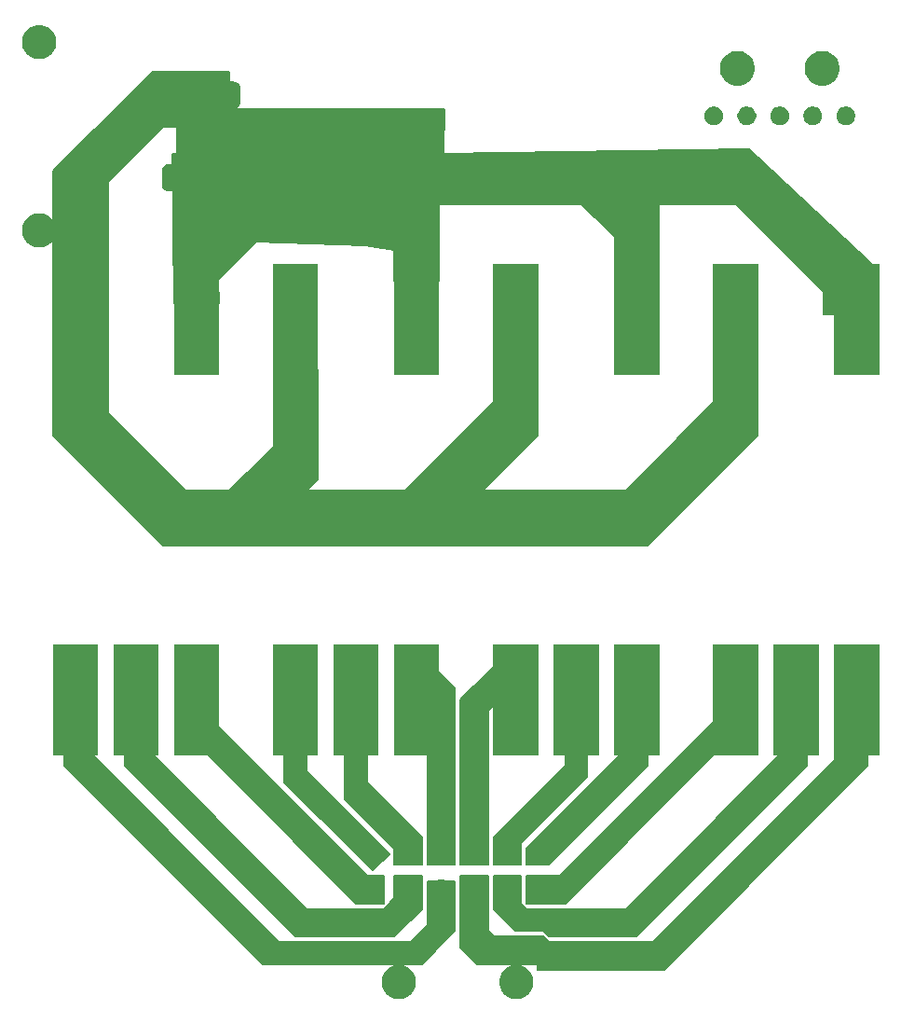
<source format=gbs>
G04 #@! TF.GenerationSoftware,KiCad,Pcbnew,(5.0.2)-1*
G04 #@! TF.CreationDate,2022-03-17T12:51:48+05:30*
G04 #@! TF.ProjectId,4ESC_board,34455343-5f62-46f6-9172-642e6b696361,rev?*
G04 #@! TF.SameCoordinates,Original*
G04 #@! TF.FileFunction,Soldermask,Bot*
G04 #@! TF.FilePolarity,Negative*
%FSLAX46Y46*%
G04 Gerber Fmt 4.6, Leading zero omitted, Abs format (unit mm)*
G04 Created by KiCad (PCBNEW (5.0.2)-1) date 03/17/22 12:51:48*
%MOMM*%
%LPD*%
G01*
G04 APERTURE LIST*
%ADD10C,0.150000*%
%ADD11C,0.100000*%
G04 APERTURE END LIST*
D10*
G36*
X116440000Y-47360000D02*
X116500000Y-43400000D01*
X92210000Y-43400000D01*
X92210000Y-47290000D01*
X92210000Y-47520000D01*
X116440000Y-47520000D01*
X116440000Y-47360000D01*
G37*
X116440000Y-47360000D02*
X116500000Y-43400000D01*
X92210000Y-43400000D01*
X92210000Y-47290000D01*
X92210000Y-47520000D01*
X116440000Y-47520000D01*
X116440000Y-47360000D01*
G36*
X115000000Y-113500000D02*
X117500000Y-113500000D01*
X117500000Y-118000000D01*
X114500000Y-121000000D01*
X100000000Y-121000000D01*
X82000000Y-103000000D01*
X82000000Y-101500000D01*
X84500000Y-101500000D01*
X84500000Y-102000000D01*
X101500000Y-119000000D01*
X113500000Y-119000000D01*
X115000000Y-117500000D01*
X115000000Y-113500000D01*
G37*
X115000000Y-113500000D02*
X117500000Y-113500000D01*
X117500000Y-118000000D01*
X114500000Y-121000000D01*
X100000000Y-121000000D01*
X82000000Y-103000000D01*
X82000000Y-101500000D01*
X84500000Y-101500000D01*
X84500000Y-102000000D01*
X101500000Y-119000000D01*
X113500000Y-119000000D01*
X115000000Y-117500000D01*
X115000000Y-113500000D01*
G36*
X91810000Y-47470000D02*
X116330000Y-47470000D01*
X144230000Y-46985000D01*
X156000000Y-58000000D01*
X156000000Y-62000000D01*
X152000000Y-62000000D01*
X151000000Y-62000000D01*
X151000000Y-60000000D01*
X143000000Y-52000000D01*
X136000000Y-52000000D01*
X136000000Y-60000000D01*
X132000000Y-60000000D01*
X132000000Y-55000000D01*
X129000000Y-52000000D01*
X116000000Y-52000000D01*
X116000000Y-59000000D01*
X112000000Y-59000000D01*
X111960000Y-56170000D01*
X109340000Y-55760000D01*
X99420000Y-55440000D01*
X95960000Y-58870000D01*
X96000000Y-61000000D01*
X92000000Y-61000000D01*
X91810000Y-47470000D01*
G37*
X91810000Y-47470000D02*
X116330000Y-47470000D01*
X144230000Y-46985000D01*
X156000000Y-58000000D01*
X156000000Y-62000000D01*
X152000000Y-62000000D01*
X151000000Y-62000000D01*
X151000000Y-60000000D01*
X143000000Y-52000000D01*
X136000000Y-52000000D01*
X136000000Y-60000000D01*
X132000000Y-60000000D01*
X132000000Y-55000000D01*
X129000000Y-52000000D01*
X116000000Y-52000000D01*
X116000000Y-59000000D01*
X112000000Y-59000000D01*
X111960000Y-56170000D01*
X109340000Y-55760000D01*
X99420000Y-55440000D01*
X95960000Y-58870000D01*
X96000000Y-61000000D01*
X92000000Y-61000000D01*
X91810000Y-47470000D01*
G36*
X90000000Y-102000000D02*
X104000000Y-116000000D01*
X111000000Y-116000000D01*
X112000000Y-115000000D01*
X112000000Y-113000000D01*
X114500000Y-113000000D01*
X114500000Y-116000000D01*
X112000000Y-118500000D01*
X103000000Y-118500000D01*
X87500000Y-103000000D01*
X87500000Y-102000000D01*
X90000000Y-102000000D01*
G37*
X90000000Y-102000000D02*
X104000000Y-116000000D01*
X111000000Y-116000000D01*
X112000000Y-115000000D01*
X112000000Y-113000000D01*
X114500000Y-113000000D01*
X114500000Y-116000000D01*
X112000000Y-118500000D01*
X103000000Y-118500000D01*
X87500000Y-103000000D01*
X87500000Y-102000000D01*
X90000000Y-102000000D01*
G36*
X96000000Y-99500000D02*
X109500000Y-113000000D01*
X111000000Y-113000000D01*
X111000000Y-115500000D01*
X108500000Y-115500000D01*
X95000000Y-102000000D01*
X96000000Y-99500000D01*
G37*
X96000000Y-99500000D02*
X109500000Y-113000000D01*
X111000000Y-113000000D01*
X111000000Y-115500000D01*
X108500000Y-115500000D01*
X95000000Y-102000000D01*
X96000000Y-99500000D01*
G36*
X104000000Y-102000000D02*
X104000000Y-103500000D01*
X111500000Y-111000000D01*
X110000000Y-112500000D01*
X102000000Y-104500000D01*
X102000000Y-102000000D01*
X104000000Y-102000000D01*
G37*
X104000000Y-102000000D02*
X104000000Y-103500000D01*
X111500000Y-111000000D01*
X110000000Y-112500000D01*
X102000000Y-104500000D01*
X102000000Y-102000000D01*
X104000000Y-102000000D01*
G36*
X109500000Y-102000000D02*
X109500000Y-104500000D01*
X114500000Y-109500000D01*
X114500000Y-112000000D01*
X112000000Y-112000000D01*
X112000000Y-110500000D01*
X107500000Y-106000000D01*
X107500000Y-102000000D01*
X109500000Y-102000000D01*
G37*
X109500000Y-102000000D02*
X109500000Y-104500000D01*
X114500000Y-109500000D01*
X114500000Y-112000000D01*
X112000000Y-112000000D01*
X112000000Y-110500000D01*
X107500000Y-106000000D01*
X107500000Y-102000000D01*
X109500000Y-102000000D01*
G36*
X116000000Y-94500000D02*
X117500000Y-96000000D01*
X117500000Y-112000000D01*
X115000000Y-112000000D01*
X115000000Y-93500000D01*
X117500000Y-96000000D01*
X117000000Y-95500000D01*
X116500000Y-95000000D01*
X116000000Y-94500000D01*
G37*
X116000000Y-94500000D02*
X117500000Y-96000000D01*
X117500000Y-112000000D01*
X115000000Y-112000000D01*
X115000000Y-93500000D01*
X117500000Y-96000000D01*
X117000000Y-95500000D01*
X116500000Y-95000000D01*
X116000000Y-94500000D01*
G36*
X121000000Y-97500000D02*
X120500000Y-98000000D01*
X120500000Y-112000000D01*
X118000000Y-112000000D01*
X118000000Y-97000000D01*
X121000000Y-94000000D01*
X121000000Y-97500000D01*
G37*
X121000000Y-97500000D02*
X120500000Y-98000000D01*
X120500000Y-112000000D01*
X118000000Y-112000000D01*
X118000000Y-97000000D01*
X121000000Y-94000000D01*
X121000000Y-97500000D01*
G36*
X129500000Y-102000000D02*
X129500000Y-104000000D01*
X123500000Y-110000000D01*
X123500000Y-112000000D01*
X121000000Y-112000000D01*
X121000000Y-109500000D01*
X127500000Y-103000000D01*
X127500000Y-102000000D01*
X129500000Y-102000000D01*
G37*
X129500000Y-102000000D02*
X129500000Y-104000000D01*
X123500000Y-110000000D01*
X123500000Y-112000000D01*
X121000000Y-112000000D01*
X121000000Y-109500000D01*
X127500000Y-103000000D01*
X127500000Y-102000000D01*
X129500000Y-102000000D01*
G36*
X135000000Y-102000000D02*
X135000000Y-103000000D01*
X126000000Y-112000000D01*
X124000000Y-112000000D01*
X124000000Y-110500000D01*
X132500000Y-102000000D01*
X135000000Y-102000000D01*
G37*
X135000000Y-102000000D02*
X135000000Y-103000000D01*
X126000000Y-112000000D01*
X124000000Y-112000000D01*
X124000000Y-110500000D01*
X132500000Y-102000000D01*
X135000000Y-102000000D01*
G36*
X141000000Y-102000000D02*
X127500000Y-115500000D01*
X124000000Y-115500000D01*
X124000000Y-113000000D01*
X127000000Y-113000000D01*
X141000000Y-99000000D01*
X141000000Y-102000000D01*
G37*
X141000000Y-102000000D02*
X127500000Y-115500000D01*
X124000000Y-115500000D01*
X124000000Y-113000000D01*
X127000000Y-113000000D01*
X141000000Y-99000000D01*
X141000000Y-102000000D01*
G36*
X149500000Y-102000000D02*
X149500000Y-103000000D01*
X134000000Y-118500000D01*
X126000000Y-118500000D01*
X125500000Y-118000000D01*
X123000000Y-118000000D01*
X121000000Y-116000000D01*
X121000000Y-113000000D01*
X123500000Y-113000000D01*
X123500000Y-115500000D01*
X124000000Y-116000000D01*
X133000000Y-116000000D01*
X147000000Y-102000000D01*
X149500000Y-102000000D01*
G37*
X149500000Y-102000000D02*
X149500000Y-103000000D01*
X134000000Y-118500000D01*
X126000000Y-118500000D01*
X125500000Y-118000000D01*
X123000000Y-118000000D01*
X121000000Y-116000000D01*
X121000000Y-113000000D01*
X123500000Y-113000000D01*
X123500000Y-115500000D01*
X124000000Y-116000000D01*
X133000000Y-116000000D01*
X147000000Y-102000000D01*
X149500000Y-102000000D01*
G36*
X155000000Y-102000000D02*
X155000000Y-103000000D01*
X136500000Y-121500000D01*
X125000000Y-121500000D01*
X125000000Y-121000000D01*
X119500000Y-121000000D01*
X118000000Y-119500000D01*
X118000000Y-113000000D01*
X120500000Y-113000000D01*
X120500000Y-118000000D01*
X121000000Y-118500000D01*
X125500000Y-118500000D01*
X126000000Y-119000000D01*
X135500000Y-119000000D01*
X152000000Y-102500000D01*
X152000000Y-102000000D01*
X155000000Y-102000000D01*
G37*
X155000000Y-102000000D02*
X155000000Y-103000000D01*
X136500000Y-121500000D01*
X125000000Y-121500000D01*
X125000000Y-121000000D01*
X119500000Y-121000000D01*
X118000000Y-119500000D01*
X118000000Y-113000000D01*
X120500000Y-113000000D01*
X120500000Y-118000000D01*
X121000000Y-118500000D01*
X125500000Y-118500000D01*
X126000000Y-119000000D01*
X135500000Y-119000000D01*
X152000000Y-102500000D01*
X152000000Y-102000000D01*
X155000000Y-102000000D01*
G36*
X95000000Y-40000000D02*
X90000000Y-40000000D01*
X81000000Y-49000000D01*
X81000000Y-73000000D01*
X91000000Y-83000000D01*
X135000000Y-83000000D01*
X145000000Y-73000000D01*
X145000000Y-67000000D01*
X141000000Y-67000000D01*
X141000000Y-70000000D01*
X133000000Y-78000000D01*
X120000000Y-78000000D01*
X125000000Y-73000000D01*
X125000000Y-64000000D01*
X121000000Y-64000000D01*
X121000000Y-70000000D01*
X113000000Y-78000000D01*
X104000000Y-78000000D01*
X105000000Y-77000000D01*
X105000000Y-67000000D01*
X101000000Y-67000000D01*
X101000000Y-74000000D01*
X97000000Y-78000000D01*
X93000000Y-78000000D01*
X86000000Y-71000000D01*
X86000000Y-50000000D01*
X91000000Y-45000000D01*
X97000000Y-45000000D01*
X97000000Y-40000000D01*
X95000000Y-40000000D01*
G37*
X95000000Y-40000000D02*
X90000000Y-40000000D01*
X81000000Y-49000000D01*
X81000000Y-73000000D01*
X91000000Y-83000000D01*
X135000000Y-83000000D01*
X145000000Y-73000000D01*
X145000000Y-67000000D01*
X141000000Y-67000000D01*
X141000000Y-70000000D01*
X133000000Y-78000000D01*
X120000000Y-78000000D01*
X125000000Y-73000000D01*
X125000000Y-64000000D01*
X121000000Y-64000000D01*
X121000000Y-70000000D01*
X113000000Y-78000000D01*
X104000000Y-78000000D01*
X105000000Y-77000000D01*
X105000000Y-67000000D01*
X101000000Y-67000000D01*
X101000000Y-74000000D01*
X97000000Y-78000000D01*
X93000000Y-78000000D01*
X86000000Y-71000000D01*
X86000000Y-50000000D01*
X91000000Y-45000000D01*
X97000000Y-45000000D01*
X97000000Y-40000000D01*
X95000000Y-40000000D01*
D11*
G36*
X123414527Y-121115536D02*
X123514410Y-121135404D01*
X123796674Y-121252321D01*
X124050705Y-121422059D01*
X124266741Y-121638095D01*
X124436479Y-121892126D01*
X124553396Y-122174390D01*
X124613000Y-122474040D01*
X124613000Y-122779560D01*
X124553396Y-123079210D01*
X124436479Y-123361474D01*
X124266741Y-123615505D01*
X124050705Y-123831541D01*
X123796674Y-124001279D01*
X123514410Y-124118196D01*
X123414527Y-124138064D01*
X123214762Y-124177800D01*
X122909238Y-124177800D01*
X122709473Y-124138064D01*
X122609590Y-124118196D01*
X122327326Y-124001279D01*
X122073295Y-123831541D01*
X121857259Y-123615505D01*
X121687521Y-123361474D01*
X121570604Y-123079210D01*
X121511000Y-122779560D01*
X121511000Y-122474040D01*
X121570604Y-122174390D01*
X121687521Y-121892126D01*
X121857259Y-121638095D01*
X122073295Y-121422059D01*
X122327326Y-121252321D01*
X122609590Y-121135404D01*
X122709473Y-121115536D01*
X122909238Y-121075800D01*
X123214762Y-121075800D01*
X123414527Y-121115536D01*
X123414527Y-121115536D01*
G37*
G36*
X112734527Y-121115536D02*
X112834410Y-121135404D01*
X113116674Y-121252321D01*
X113370705Y-121422059D01*
X113586741Y-121638095D01*
X113756479Y-121892126D01*
X113873396Y-122174390D01*
X113933000Y-122474040D01*
X113933000Y-122779560D01*
X113873396Y-123079210D01*
X113756479Y-123361474D01*
X113586741Y-123615505D01*
X113370705Y-123831541D01*
X113116674Y-124001279D01*
X112834410Y-124118196D01*
X112734527Y-124138064D01*
X112534762Y-124177800D01*
X112229238Y-124177800D01*
X112029473Y-124138064D01*
X111929590Y-124118196D01*
X111647326Y-124001279D01*
X111393295Y-123831541D01*
X111177259Y-123615505D01*
X111007521Y-123361474D01*
X110890604Y-123079210D01*
X110831000Y-122779560D01*
X110831000Y-122474040D01*
X110890604Y-122174390D01*
X111007521Y-121892126D01*
X111177259Y-121638095D01*
X111393295Y-121422059D01*
X111647326Y-121252321D01*
X111929590Y-121135404D01*
X112029473Y-121115536D01*
X112229238Y-121075800D01*
X112534762Y-121075800D01*
X112734527Y-121115536D01*
X112734527Y-121115536D01*
G37*
G36*
X116460016Y-113312158D02*
X116460019Y-113312159D01*
X116460018Y-113312159D01*
X116608521Y-113373670D01*
X116742170Y-113462972D01*
X116855828Y-113576630D01*
X116945130Y-113710279D01*
X116996087Y-113833303D01*
X117006642Y-113858784D01*
X117038000Y-114016430D01*
X117038000Y-114177170D01*
X117006642Y-114334816D01*
X117006641Y-114334818D01*
X116945130Y-114483321D01*
X116855828Y-114616970D01*
X116742170Y-114730628D01*
X116608521Y-114819930D01*
X116485497Y-114870887D01*
X116460016Y-114881442D01*
X116302370Y-114912800D01*
X116141630Y-114912800D01*
X115983984Y-114881442D01*
X115958503Y-114870887D01*
X115835479Y-114819930D01*
X115701830Y-114730628D01*
X115588172Y-114616970D01*
X115498870Y-114483321D01*
X115437359Y-114334818D01*
X115437358Y-114334816D01*
X115406000Y-114177170D01*
X115406000Y-114016430D01*
X115437358Y-113858784D01*
X115447913Y-113833303D01*
X115498870Y-113710279D01*
X115588172Y-113576630D01*
X115701830Y-113462972D01*
X115835479Y-113373670D01*
X115983982Y-113312159D01*
X115983981Y-113312159D01*
X115983984Y-113312158D01*
X116141630Y-113280800D01*
X116302370Y-113280800D01*
X116460016Y-113312158D01*
X116460016Y-113312158D01*
G37*
G36*
X125460016Y-113312158D02*
X125460019Y-113312159D01*
X125460018Y-113312159D01*
X125608521Y-113373670D01*
X125742170Y-113462972D01*
X125855828Y-113576630D01*
X125945130Y-113710279D01*
X125996087Y-113833303D01*
X126006642Y-113858784D01*
X126038000Y-114016430D01*
X126038000Y-114177170D01*
X126006642Y-114334816D01*
X126006641Y-114334818D01*
X125945130Y-114483321D01*
X125855828Y-114616970D01*
X125742170Y-114730628D01*
X125608521Y-114819930D01*
X125485497Y-114870887D01*
X125460016Y-114881442D01*
X125302370Y-114912800D01*
X125141630Y-114912800D01*
X124983984Y-114881442D01*
X124958503Y-114870887D01*
X124835479Y-114819930D01*
X124701830Y-114730628D01*
X124588172Y-114616970D01*
X124498870Y-114483321D01*
X124437359Y-114334818D01*
X124437358Y-114334816D01*
X124406000Y-114177170D01*
X124406000Y-114016430D01*
X124437358Y-113858784D01*
X124447913Y-113833303D01*
X124498870Y-113710279D01*
X124588172Y-113576630D01*
X124701830Y-113462972D01*
X124835479Y-113373670D01*
X124983982Y-113312159D01*
X124983981Y-113312159D01*
X124983984Y-113312158D01*
X125141630Y-113280800D01*
X125302370Y-113280800D01*
X125460016Y-113312158D01*
X125460016Y-113312158D01*
G37*
G36*
X122460016Y-113312158D02*
X122460019Y-113312159D01*
X122460018Y-113312159D01*
X122608521Y-113373670D01*
X122742170Y-113462972D01*
X122855828Y-113576630D01*
X122945130Y-113710279D01*
X122996087Y-113833303D01*
X123006642Y-113858784D01*
X123038000Y-114016430D01*
X123038000Y-114177170D01*
X123006642Y-114334816D01*
X123006641Y-114334818D01*
X122945130Y-114483321D01*
X122855828Y-114616970D01*
X122742170Y-114730628D01*
X122608521Y-114819930D01*
X122485497Y-114870887D01*
X122460016Y-114881442D01*
X122302370Y-114912800D01*
X122141630Y-114912800D01*
X121983984Y-114881442D01*
X121958503Y-114870887D01*
X121835479Y-114819930D01*
X121701830Y-114730628D01*
X121588172Y-114616970D01*
X121498870Y-114483321D01*
X121437359Y-114334818D01*
X121437358Y-114334816D01*
X121406000Y-114177170D01*
X121406000Y-114016430D01*
X121437358Y-113858784D01*
X121447913Y-113833303D01*
X121498870Y-113710279D01*
X121588172Y-113576630D01*
X121701830Y-113462972D01*
X121835479Y-113373670D01*
X121983982Y-113312159D01*
X121983981Y-113312159D01*
X121983984Y-113312158D01*
X122141630Y-113280800D01*
X122302370Y-113280800D01*
X122460016Y-113312158D01*
X122460016Y-113312158D01*
G37*
G36*
X119460016Y-113312158D02*
X119460019Y-113312159D01*
X119460018Y-113312159D01*
X119608521Y-113373670D01*
X119742170Y-113462972D01*
X119855828Y-113576630D01*
X119945130Y-113710279D01*
X119996087Y-113833303D01*
X120006642Y-113858784D01*
X120038000Y-114016430D01*
X120038000Y-114177170D01*
X120006642Y-114334816D01*
X120006641Y-114334818D01*
X119945130Y-114483321D01*
X119855828Y-114616970D01*
X119742170Y-114730628D01*
X119608521Y-114819930D01*
X119485497Y-114870887D01*
X119460016Y-114881442D01*
X119302370Y-114912800D01*
X119141630Y-114912800D01*
X118983984Y-114881442D01*
X118958503Y-114870887D01*
X118835479Y-114819930D01*
X118701830Y-114730628D01*
X118588172Y-114616970D01*
X118498870Y-114483321D01*
X118437359Y-114334818D01*
X118437358Y-114334816D01*
X118406000Y-114177170D01*
X118406000Y-114016430D01*
X118437358Y-113858784D01*
X118447913Y-113833303D01*
X118498870Y-113710279D01*
X118588172Y-113576630D01*
X118701830Y-113462972D01*
X118835479Y-113373670D01*
X118983982Y-113312159D01*
X118983981Y-113312159D01*
X118983984Y-113312158D01*
X119141630Y-113280800D01*
X119302370Y-113280800D01*
X119460016Y-113312158D01*
X119460016Y-113312158D01*
G37*
G36*
X113460016Y-113312158D02*
X113460019Y-113312159D01*
X113460018Y-113312159D01*
X113608521Y-113373670D01*
X113742170Y-113462972D01*
X113855828Y-113576630D01*
X113945130Y-113710279D01*
X113996087Y-113833303D01*
X114006642Y-113858784D01*
X114038000Y-114016430D01*
X114038000Y-114177170D01*
X114006642Y-114334816D01*
X114006641Y-114334818D01*
X113945130Y-114483321D01*
X113855828Y-114616970D01*
X113742170Y-114730628D01*
X113608521Y-114819930D01*
X113485497Y-114870887D01*
X113460016Y-114881442D01*
X113302370Y-114912800D01*
X113141630Y-114912800D01*
X112983984Y-114881442D01*
X112958503Y-114870887D01*
X112835479Y-114819930D01*
X112701830Y-114730628D01*
X112588172Y-114616970D01*
X112498870Y-114483321D01*
X112437359Y-114334818D01*
X112437358Y-114334816D01*
X112406000Y-114177170D01*
X112406000Y-114016430D01*
X112437358Y-113858784D01*
X112447913Y-113833303D01*
X112498870Y-113710279D01*
X112588172Y-113576630D01*
X112701830Y-113462972D01*
X112835479Y-113373670D01*
X112983982Y-113312159D01*
X112983981Y-113312159D01*
X112983984Y-113312158D01*
X113141630Y-113280800D01*
X113302370Y-113280800D01*
X113460016Y-113312158D01*
X113460016Y-113312158D01*
G37*
G36*
X110460016Y-113312158D02*
X110460019Y-113312159D01*
X110460018Y-113312159D01*
X110608521Y-113373670D01*
X110742170Y-113462972D01*
X110855828Y-113576630D01*
X110945130Y-113710279D01*
X110996087Y-113833303D01*
X111006642Y-113858784D01*
X111038000Y-114016430D01*
X111038000Y-114177170D01*
X111006642Y-114334816D01*
X111006641Y-114334818D01*
X110945130Y-114483321D01*
X110855828Y-114616970D01*
X110742170Y-114730628D01*
X110608521Y-114819930D01*
X110485497Y-114870887D01*
X110460016Y-114881442D01*
X110302370Y-114912800D01*
X110141630Y-114912800D01*
X109983984Y-114881442D01*
X109958503Y-114870887D01*
X109835479Y-114819930D01*
X109701830Y-114730628D01*
X109588172Y-114616970D01*
X109498870Y-114483321D01*
X109437359Y-114334818D01*
X109437358Y-114334816D01*
X109406000Y-114177170D01*
X109406000Y-114016430D01*
X109437358Y-113858784D01*
X109447913Y-113833303D01*
X109498870Y-113710279D01*
X109588172Y-113576630D01*
X109701830Y-113462972D01*
X109835479Y-113373670D01*
X109983982Y-113312159D01*
X109983981Y-113312159D01*
X109983984Y-113312158D01*
X110141630Y-113280800D01*
X110302370Y-113280800D01*
X110460016Y-113312158D01*
X110460016Y-113312158D01*
G37*
G36*
X119460016Y-110312158D02*
X119460019Y-110312159D01*
X119460018Y-110312159D01*
X119608521Y-110373670D01*
X119742170Y-110462972D01*
X119855828Y-110576630D01*
X119945130Y-110710279D01*
X119996087Y-110833303D01*
X120006642Y-110858784D01*
X120038000Y-111016430D01*
X120038000Y-111177170D01*
X120006642Y-111334816D01*
X120006641Y-111334818D01*
X119945130Y-111483321D01*
X119855828Y-111616970D01*
X119742170Y-111730628D01*
X119608521Y-111819930D01*
X119485497Y-111870887D01*
X119460016Y-111881442D01*
X119302370Y-111912800D01*
X119141630Y-111912800D01*
X118983984Y-111881442D01*
X118958503Y-111870887D01*
X118835479Y-111819930D01*
X118701830Y-111730628D01*
X118588172Y-111616970D01*
X118498870Y-111483321D01*
X118437359Y-111334818D01*
X118437358Y-111334816D01*
X118406000Y-111177170D01*
X118406000Y-111016430D01*
X118437358Y-110858784D01*
X118447913Y-110833303D01*
X118498870Y-110710279D01*
X118588172Y-110576630D01*
X118701830Y-110462972D01*
X118835479Y-110373670D01*
X118983982Y-110312159D01*
X118983981Y-110312159D01*
X118983984Y-110312158D01*
X119141630Y-110280800D01*
X119302370Y-110280800D01*
X119460016Y-110312158D01*
X119460016Y-110312158D01*
G37*
G36*
X116460016Y-110312158D02*
X116460019Y-110312159D01*
X116460018Y-110312159D01*
X116608521Y-110373670D01*
X116742170Y-110462972D01*
X116855828Y-110576630D01*
X116945130Y-110710279D01*
X116996087Y-110833303D01*
X117006642Y-110858784D01*
X117038000Y-111016430D01*
X117038000Y-111177170D01*
X117006642Y-111334816D01*
X117006641Y-111334818D01*
X116945130Y-111483321D01*
X116855828Y-111616970D01*
X116742170Y-111730628D01*
X116608521Y-111819930D01*
X116485497Y-111870887D01*
X116460016Y-111881442D01*
X116302370Y-111912800D01*
X116141630Y-111912800D01*
X115983984Y-111881442D01*
X115958503Y-111870887D01*
X115835479Y-111819930D01*
X115701830Y-111730628D01*
X115588172Y-111616970D01*
X115498870Y-111483321D01*
X115437359Y-111334818D01*
X115437358Y-111334816D01*
X115406000Y-111177170D01*
X115406000Y-111016430D01*
X115437358Y-110858784D01*
X115447913Y-110833303D01*
X115498870Y-110710279D01*
X115588172Y-110576630D01*
X115701830Y-110462972D01*
X115835479Y-110373670D01*
X115983982Y-110312159D01*
X115983981Y-110312159D01*
X115983984Y-110312158D01*
X116141630Y-110280800D01*
X116302370Y-110280800D01*
X116460016Y-110312158D01*
X116460016Y-110312158D01*
G37*
G36*
X113460016Y-110312158D02*
X113460019Y-110312159D01*
X113460018Y-110312159D01*
X113608521Y-110373670D01*
X113742170Y-110462972D01*
X113855828Y-110576630D01*
X113945130Y-110710279D01*
X113996087Y-110833303D01*
X114006642Y-110858784D01*
X114038000Y-111016430D01*
X114038000Y-111177170D01*
X114006642Y-111334816D01*
X114006641Y-111334818D01*
X113945130Y-111483321D01*
X113855828Y-111616970D01*
X113742170Y-111730628D01*
X113608521Y-111819930D01*
X113485497Y-111870887D01*
X113460016Y-111881442D01*
X113302370Y-111912800D01*
X113141630Y-111912800D01*
X112983984Y-111881442D01*
X112958503Y-111870887D01*
X112835479Y-111819930D01*
X112701830Y-111730628D01*
X112588172Y-111616970D01*
X112498870Y-111483321D01*
X112437359Y-111334818D01*
X112437358Y-111334816D01*
X112406000Y-111177170D01*
X112406000Y-111016430D01*
X112437358Y-110858784D01*
X112447913Y-110833303D01*
X112498870Y-110710279D01*
X112588172Y-110576630D01*
X112701830Y-110462972D01*
X112835479Y-110373670D01*
X112983982Y-110312159D01*
X112983981Y-110312159D01*
X112983984Y-110312158D01*
X113141630Y-110280800D01*
X113302370Y-110280800D01*
X113460016Y-110312158D01*
X113460016Y-110312158D01*
G37*
G36*
X110460016Y-110312158D02*
X110460019Y-110312159D01*
X110460018Y-110312159D01*
X110608521Y-110373670D01*
X110742170Y-110462972D01*
X110855828Y-110576630D01*
X110945130Y-110710279D01*
X110996087Y-110833303D01*
X111006642Y-110858784D01*
X111038000Y-111016430D01*
X111038000Y-111177170D01*
X111006642Y-111334816D01*
X111006641Y-111334818D01*
X110945130Y-111483321D01*
X110855828Y-111616970D01*
X110742170Y-111730628D01*
X110608521Y-111819930D01*
X110485497Y-111870887D01*
X110460016Y-111881442D01*
X110302370Y-111912800D01*
X110141630Y-111912800D01*
X109983984Y-111881442D01*
X109958503Y-111870887D01*
X109835479Y-111819930D01*
X109701830Y-111730628D01*
X109588172Y-111616970D01*
X109498870Y-111483321D01*
X109437359Y-111334818D01*
X109437358Y-111334816D01*
X109406000Y-111177170D01*
X109406000Y-111016430D01*
X109437358Y-110858784D01*
X109447913Y-110833303D01*
X109498870Y-110710279D01*
X109588172Y-110576630D01*
X109701830Y-110462972D01*
X109835479Y-110373670D01*
X109983982Y-110312159D01*
X109983981Y-110312159D01*
X109983984Y-110312158D01*
X110141630Y-110280800D01*
X110302370Y-110280800D01*
X110460016Y-110312158D01*
X110460016Y-110312158D01*
G37*
G36*
X125460016Y-110312158D02*
X125460019Y-110312159D01*
X125460018Y-110312159D01*
X125608521Y-110373670D01*
X125742170Y-110462972D01*
X125855828Y-110576630D01*
X125945130Y-110710279D01*
X125996087Y-110833303D01*
X126006642Y-110858784D01*
X126038000Y-111016430D01*
X126038000Y-111177170D01*
X126006642Y-111334816D01*
X126006641Y-111334818D01*
X125945130Y-111483321D01*
X125855828Y-111616970D01*
X125742170Y-111730628D01*
X125608521Y-111819930D01*
X125485497Y-111870887D01*
X125460016Y-111881442D01*
X125302370Y-111912800D01*
X125141630Y-111912800D01*
X124983984Y-111881442D01*
X124958503Y-111870887D01*
X124835479Y-111819930D01*
X124701830Y-111730628D01*
X124588172Y-111616970D01*
X124498870Y-111483321D01*
X124437359Y-111334818D01*
X124437358Y-111334816D01*
X124406000Y-111177170D01*
X124406000Y-111016430D01*
X124437358Y-110858784D01*
X124447913Y-110833303D01*
X124498870Y-110710279D01*
X124588172Y-110576630D01*
X124701830Y-110462972D01*
X124835479Y-110373670D01*
X124983982Y-110312159D01*
X124983981Y-110312159D01*
X124983984Y-110312158D01*
X125141630Y-110280800D01*
X125302370Y-110280800D01*
X125460016Y-110312158D01*
X125460016Y-110312158D01*
G37*
G36*
X122460016Y-110312158D02*
X122460019Y-110312159D01*
X122460018Y-110312159D01*
X122608521Y-110373670D01*
X122742170Y-110462972D01*
X122855828Y-110576630D01*
X122945130Y-110710279D01*
X122996087Y-110833303D01*
X123006642Y-110858784D01*
X123038000Y-111016430D01*
X123038000Y-111177170D01*
X123006642Y-111334816D01*
X123006641Y-111334818D01*
X122945130Y-111483321D01*
X122855828Y-111616970D01*
X122742170Y-111730628D01*
X122608521Y-111819930D01*
X122485497Y-111870887D01*
X122460016Y-111881442D01*
X122302370Y-111912800D01*
X122141630Y-111912800D01*
X121983984Y-111881442D01*
X121958503Y-111870887D01*
X121835479Y-111819930D01*
X121701830Y-111730628D01*
X121588172Y-111616970D01*
X121498870Y-111483321D01*
X121437359Y-111334818D01*
X121437358Y-111334816D01*
X121406000Y-111177170D01*
X121406000Y-111016430D01*
X121437358Y-110858784D01*
X121447913Y-110833303D01*
X121498870Y-110710279D01*
X121588172Y-110576630D01*
X121701830Y-110462972D01*
X121835479Y-110373670D01*
X121983982Y-110312159D01*
X121983981Y-110312159D01*
X121983984Y-110312158D01*
X122141630Y-110280800D01*
X122302370Y-110280800D01*
X122460016Y-110312158D01*
X122460016Y-110312158D01*
G37*
G36*
X90551000Y-102051000D02*
X86449000Y-102051000D01*
X86449000Y-91949000D01*
X90551000Y-91949000D01*
X90551000Y-102051000D01*
X90551000Y-102051000D01*
G37*
G36*
X85051000Y-102051000D02*
X80949000Y-102051000D01*
X80949000Y-91949000D01*
X85051000Y-91949000D01*
X85051000Y-102051000D01*
X85051000Y-102051000D01*
G37*
G36*
X96051000Y-102051000D02*
X91949000Y-102051000D01*
X91949000Y-91949000D01*
X96051000Y-91949000D01*
X96051000Y-102051000D01*
X96051000Y-102051000D01*
G37*
G36*
X145051000Y-102051000D02*
X140949000Y-102051000D01*
X140949000Y-91949000D01*
X145051000Y-91949000D01*
X145051000Y-102051000D01*
X145051000Y-102051000D01*
G37*
G36*
X150551000Y-102051000D02*
X146449000Y-102051000D01*
X146449000Y-91949000D01*
X150551000Y-91949000D01*
X150551000Y-102051000D01*
X150551000Y-102051000D01*
G37*
G36*
X156051000Y-102051000D02*
X151949000Y-102051000D01*
X151949000Y-91949000D01*
X156051000Y-91949000D01*
X156051000Y-102051000D01*
X156051000Y-102051000D01*
G37*
G36*
X130551000Y-102051000D02*
X126449000Y-102051000D01*
X126449000Y-91949000D01*
X130551000Y-91949000D01*
X130551000Y-102051000D01*
X130551000Y-102051000D01*
G37*
G36*
X116051000Y-102051000D02*
X111949000Y-102051000D01*
X111949000Y-91949000D01*
X116051000Y-91949000D01*
X116051000Y-102051000D01*
X116051000Y-102051000D01*
G37*
G36*
X105051000Y-102051000D02*
X100949000Y-102051000D01*
X100949000Y-91949000D01*
X105051000Y-91949000D01*
X105051000Y-102051000D01*
X105051000Y-102051000D01*
G37*
G36*
X110551000Y-102051000D02*
X106449000Y-102051000D01*
X106449000Y-91949000D01*
X110551000Y-91949000D01*
X110551000Y-102051000D01*
X110551000Y-102051000D01*
G37*
G36*
X136051000Y-102051000D02*
X131949000Y-102051000D01*
X131949000Y-91949000D01*
X136051000Y-91949000D01*
X136051000Y-102051000D01*
X136051000Y-102051000D01*
G37*
G36*
X125051000Y-102051000D02*
X120949000Y-102051000D01*
X120949000Y-91949000D01*
X125051000Y-91949000D01*
X125051000Y-102051000D01*
X125051000Y-102051000D01*
G37*
G36*
X156051000Y-67551000D02*
X151949000Y-67551000D01*
X151949000Y-57449000D01*
X156051000Y-57449000D01*
X156051000Y-67551000D01*
X156051000Y-67551000D01*
G37*
G36*
X145051000Y-67551000D02*
X140949000Y-67551000D01*
X140949000Y-57449000D01*
X145051000Y-57449000D01*
X145051000Y-67551000D01*
X145051000Y-67551000D01*
G37*
G36*
X125051000Y-67551000D02*
X120949000Y-67551000D01*
X120949000Y-57449000D01*
X125051000Y-57449000D01*
X125051000Y-67551000D01*
X125051000Y-67551000D01*
G37*
G36*
X136051000Y-67551000D02*
X131949000Y-67551000D01*
X131949000Y-57449000D01*
X136051000Y-57449000D01*
X136051000Y-67551000D01*
X136051000Y-67551000D01*
G37*
G36*
X116051000Y-67551000D02*
X111949000Y-67551000D01*
X111949000Y-57449000D01*
X116051000Y-57449000D01*
X116051000Y-67551000D01*
X116051000Y-67551000D01*
G37*
G36*
X105051000Y-67551000D02*
X100949000Y-67551000D01*
X100949000Y-57449000D01*
X105051000Y-57449000D01*
X105051000Y-67551000D01*
X105051000Y-67551000D01*
G37*
G36*
X85051000Y-67551000D02*
X80949000Y-67551000D01*
X80949000Y-57449000D01*
X85051000Y-57449000D01*
X85051000Y-67551000D01*
X85051000Y-67551000D01*
G37*
G36*
X96051000Y-67551000D02*
X91949000Y-67551000D01*
X91949000Y-57449000D01*
X96051000Y-57449000D01*
X96051000Y-67551000D01*
X96051000Y-67551000D01*
G37*
G36*
X80049327Y-52880736D02*
X80149210Y-52900604D01*
X80431474Y-53017521D01*
X80685505Y-53187259D01*
X80901541Y-53403295D01*
X81071279Y-53657326D01*
X81188196Y-53939590D01*
X81247800Y-54239240D01*
X81247800Y-54544760D01*
X81188196Y-54844410D01*
X81071279Y-55126674D01*
X80901541Y-55380705D01*
X80685505Y-55596741D01*
X80431474Y-55766479D01*
X80149210Y-55883396D01*
X80049327Y-55903264D01*
X79849562Y-55943000D01*
X79544038Y-55943000D01*
X79344273Y-55903264D01*
X79244390Y-55883396D01*
X78962126Y-55766479D01*
X78708095Y-55596741D01*
X78492059Y-55380705D01*
X78322321Y-55126674D01*
X78205404Y-54844410D01*
X78145800Y-54544760D01*
X78145800Y-54239240D01*
X78205404Y-53939590D01*
X78322321Y-53657326D01*
X78492059Y-53403295D01*
X78708095Y-53187259D01*
X78962126Y-53017521D01*
X79244390Y-52900604D01*
X79344273Y-52880736D01*
X79544038Y-52841000D01*
X79849562Y-52841000D01*
X80049327Y-52880736D01*
X80049327Y-52880736D01*
G37*
G36*
X97519578Y-48372171D02*
X97622737Y-48403463D01*
X97717807Y-48454280D01*
X97801135Y-48522665D01*
X97869520Y-48605993D01*
X97920337Y-48701063D01*
X97951629Y-48804222D01*
X97962800Y-48917641D01*
X97962800Y-50256359D01*
X97951629Y-50369778D01*
X97920337Y-50472937D01*
X97869520Y-50568007D01*
X97801135Y-50651335D01*
X97717807Y-50719720D01*
X97622737Y-50770537D01*
X97519578Y-50801829D01*
X97406159Y-50813000D01*
X91417441Y-50813000D01*
X91304022Y-50801829D01*
X91200863Y-50770537D01*
X91105793Y-50719720D01*
X91022465Y-50651335D01*
X90954080Y-50568007D01*
X90903263Y-50472937D01*
X90871971Y-50369778D01*
X90860800Y-50256359D01*
X90860800Y-48917641D01*
X90871971Y-48804222D01*
X90903263Y-48701063D01*
X90954080Y-48605993D01*
X91022465Y-48522665D01*
X91105793Y-48454280D01*
X91200863Y-48403463D01*
X91304022Y-48372171D01*
X91417441Y-48361000D01*
X97406159Y-48361000D01*
X97519578Y-48372171D01*
X97519578Y-48372171D01*
G37*
G36*
X114426562Y-44260589D02*
X114617831Y-44339815D01*
X114789973Y-44454837D01*
X114936360Y-44601224D01*
X115051382Y-44773366D01*
X115130608Y-44964635D01*
X115170997Y-45167684D01*
X115170997Y-45374716D01*
X115130608Y-45577765D01*
X115047482Y-45778450D01*
X115045504Y-45782149D01*
X115038387Y-45805597D01*
X115035982Y-45829983D01*
X115038381Y-45854370D01*
X115045491Y-45877820D01*
X115047472Y-45881526D01*
X115130608Y-46082235D01*
X115170997Y-46285284D01*
X115170997Y-46492316D01*
X115130608Y-46695365D01*
X115051382Y-46886634D01*
X114936360Y-47058776D01*
X114789973Y-47205163D01*
X114617831Y-47320185D01*
X114426562Y-47399411D01*
X114223513Y-47439800D01*
X114016481Y-47439800D01*
X113813432Y-47399411D01*
X113622163Y-47320185D01*
X113450021Y-47205163D01*
X113303634Y-47058776D01*
X113188612Y-46886634D01*
X113109386Y-46695365D01*
X113068997Y-46492316D01*
X113068997Y-46285284D01*
X113109386Y-46082235D01*
X113192512Y-45881550D01*
X113194490Y-45877851D01*
X113201607Y-45854403D01*
X113204012Y-45830017D01*
X113201613Y-45805630D01*
X113194503Y-45782180D01*
X113192522Y-45778474D01*
X113109386Y-45577765D01*
X113068997Y-45374716D01*
X113068997Y-45167684D01*
X113109386Y-44964635D01*
X113188612Y-44773366D01*
X113303634Y-44601224D01*
X113450021Y-44454837D01*
X113622163Y-44339815D01*
X113813432Y-44260589D01*
X114016481Y-44220200D01*
X114223513Y-44220200D01*
X114426562Y-44260589D01*
X114426562Y-44260589D01*
G37*
G36*
X110726565Y-44260589D02*
X110917834Y-44339815D01*
X111089976Y-44454837D01*
X111236363Y-44601224D01*
X111351385Y-44773366D01*
X111430611Y-44964635D01*
X111471000Y-45167684D01*
X111471000Y-45374716D01*
X111430611Y-45577765D01*
X111347485Y-45778450D01*
X111345507Y-45782149D01*
X111338390Y-45805597D01*
X111335985Y-45829983D01*
X111338384Y-45854370D01*
X111345494Y-45877820D01*
X111347475Y-45881526D01*
X111430611Y-46082235D01*
X111471000Y-46285284D01*
X111471000Y-46492316D01*
X111430611Y-46695365D01*
X111351385Y-46886634D01*
X111236363Y-47058776D01*
X111089976Y-47205163D01*
X110917834Y-47320185D01*
X110726565Y-47399411D01*
X110523516Y-47439800D01*
X110316484Y-47439800D01*
X110113435Y-47399411D01*
X109922166Y-47320185D01*
X109750024Y-47205163D01*
X109603637Y-47058776D01*
X109488615Y-46886634D01*
X109409389Y-46695365D01*
X109369000Y-46492316D01*
X109369000Y-46285284D01*
X109409389Y-46082235D01*
X109492515Y-45881550D01*
X109494493Y-45877851D01*
X109501610Y-45854403D01*
X109504015Y-45830017D01*
X109501616Y-45805630D01*
X109494506Y-45782180D01*
X109492525Y-45778474D01*
X109409389Y-45577765D01*
X109369000Y-45374716D01*
X109369000Y-45167684D01*
X109409389Y-44964635D01*
X109488615Y-44773366D01*
X109603637Y-44601224D01*
X109750024Y-44454837D01*
X109922166Y-44339815D01*
X110113435Y-44260589D01*
X110316484Y-44220200D01*
X110523516Y-44220200D01*
X110726565Y-44260589D01*
X110726565Y-44260589D01*
G37*
G36*
X106426563Y-44260589D02*
X106617832Y-44339815D01*
X106789974Y-44454837D01*
X106936361Y-44601224D01*
X107051383Y-44773366D01*
X107130609Y-44964635D01*
X107170998Y-45167684D01*
X107170998Y-45374716D01*
X107130609Y-45577765D01*
X107047483Y-45778450D01*
X107045505Y-45782149D01*
X107038388Y-45805597D01*
X107035983Y-45829983D01*
X107038382Y-45854370D01*
X107045492Y-45877820D01*
X107047473Y-45881526D01*
X107130609Y-46082235D01*
X107170998Y-46285284D01*
X107170998Y-46492316D01*
X107130609Y-46695365D01*
X107051383Y-46886634D01*
X106936361Y-47058776D01*
X106789974Y-47205163D01*
X106617832Y-47320185D01*
X106426563Y-47399411D01*
X106223514Y-47439800D01*
X106016482Y-47439800D01*
X105813433Y-47399411D01*
X105622164Y-47320185D01*
X105450022Y-47205163D01*
X105303635Y-47058776D01*
X105188613Y-46886634D01*
X105109387Y-46695365D01*
X105068998Y-46492316D01*
X105068998Y-46285284D01*
X105109387Y-46082235D01*
X105192513Y-45881550D01*
X105194491Y-45877851D01*
X105201608Y-45854403D01*
X105204013Y-45830017D01*
X105201614Y-45805630D01*
X105194504Y-45782180D01*
X105192523Y-45778474D01*
X105109387Y-45577765D01*
X105068998Y-45374716D01*
X105068998Y-45167684D01*
X105109387Y-44964635D01*
X105188613Y-44773366D01*
X105303635Y-44601224D01*
X105450022Y-44454837D01*
X105622164Y-44339815D01*
X105813433Y-44260589D01*
X106016482Y-44220200D01*
X106223514Y-44220200D01*
X106426563Y-44260589D01*
X106426563Y-44260589D01*
G37*
G36*
X102726565Y-44260589D02*
X102917834Y-44339815D01*
X103089976Y-44454837D01*
X103236363Y-44601224D01*
X103351385Y-44773366D01*
X103430611Y-44964635D01*
X103471000Y-45167684D01*
X103471000Y-45374716D01*
X103430611Y-45577765D01*
X103347485Y-45778450D01*
X103345507Y-45782149D01*
X103338390Y-45805597D01*
X103335985Y-45829983D01*
X103338384Y-45854370D01*
X103345494Y-45877820D01*
X103347475Y-45881526D01*
X103430611Y-46082235D01*
X103471000Y-46285284D01*
X103471000Y-46492316D01*
X103430611Y-46695365D01*
X103351385Y-46886634D01*
X103236363Y-47058776D01*
X103089976Y-47205163D01*
X102917834Y-47320185D01*
X102726565Y-47399411D01*
X102523516Y-47439800D01*
X102316484Y-47439800D01*
X102113435Y-47399411D01*
X101922166Y-47320185D01*
X101750024Y-47205163D01*
X101603637Y-47058776D01*
X101488615Y-46886634D01*
X101409389Y-46695365D01*
X101369000Y-46492316D01*
X101369000Y-46285284D01*
X101409389Y-46082235D01*
X101492515Y-45881550D01*
X101494493Y-45877851D01*
X101501610Y-45854403D01*
X101504015Y-45830017D01*
X101501616Y-45805630D01*
X101494506Y-45782180D01*
X101492525Y-45778474D01*
X101409389Y-45577765D01*
X101369000Y-45374716D01*
X101369000Y-45167684D01*
X101409389Y-44964635D01*
X101488615Y-44773366D01*
X101603637Y-44601224D01*
X101750024Y-44454837D01*
X101922166Y-44339815D01*
X102113435Y-44260589D01*
X102316484Y-44220200D01*
X102523516Y-44220200D01*
X102726565Y-44260589D01*
X102726565Y-44260589D01*
G37*
G36*
X150248957Y-43179299D02*
X150404284Y-43243637D01*
X150544078Y-43337045D01*
X150662955Y-43455922D01*
X150756363Y-43595716D01*
X150820701Y-43751043D01*
X150853500Y-43915936D01*
X150853500Y-44084064D01*
X150820701Y-44248957D01*
X150756363Y-44404284D01*
X150662955Y-44544078D01*
X150544078Y-44662955D01*
X150404284Y-44756363D01*
X150248957Y-44820701D01*
X150084064Y-44853500D01*
X149915936Y-44853500D01*
X149751043Y-44820701D01*
X149595716Y-44756363D01*
X149455922Y-44662955D01*
X149337045Y-44544078D01*
X149243637Y-44404284D01*
X149179299Y-44248957D01*
X149146500Y-44084064D01*
X149146500Y-43915936D01*
X149179299Y-43751043D01*
X149243637Y-43595716D01*
X149337045Y-43455922D01*
X149455922Y-43337045D01*
X149595716Y-43243637D01*
X149751043Y-43179299D01*
X149915936Y-43146500D01*
X150084064Y-43146500D01*
X150248957Y-43179299D01*
X150248957Y-43179299D01*
G37*
G36*
X141248957Y-43179299D02*
X141404284Y-43243637D01*
X141544078Y-43337045D01*
X141662955Y-43455922D01*
X141756363Y-43595716D01*
X141820701Y-43751043D01*
X141853500Y-43915936D01*
X141853500Y-44084064D01*
X141820701Y-44248957D01*
X141756363Y-44404284D01*
X141662955Y-44544078D01*
X141544078Y-44662955D01*
X141404284Y-44756363D01*
X141248957Y-44820701D01*
X141084064Y-44853500D01*
X140915936Y-44853500D01*
X140751043Y-44820701D01*
X140595716Y-44756363D01*
X140455922Y-44662955D01*
X140337045Y-44544078D01*
X140243637Y-44404284D01*
X140179299Y-44248957D01*
X140146500Y-44084064D01*
X140146500Y-43915936D01*
X140179299Y-43751043D01*
X140243637Y-43595716D01*
X140337045Y-43455922D01*
X140455922Y-43337045D01*
X140595716Y-43243637D01*
X140751043Y-43179299D01*
X140915936Y-43146500D01*
X141084064Y-43146500D01*
X141248957Y-43179299D01*
X141248957Y-43179299D01*
G37*
G36*
X144248957Y-43179299D02*
X144404284Y-43243637D01*
X144544078Y-43337045D01*
X144662955Y-43455922D01*
X144756363Y-43595716D01*
X144820701Y-43751043D01*
X144853500Y-43915936D01*
X144853500Y-44084064D01*
X144820701Y-44248957D01*
X144756363Y-44404284D01*
X144662955Y-44544078D01*
X144544078Y-44662955D01*
X144404284Y-44756363D01*
X144248957Y-44820701D01*
X144084064Y-44853500D01*
X143915936Y-44853500D01*
X143751043Y-44820701D01*
X143595716Y-44756363D01*
X143455922Y-44662955D01*
X143337045Y-44544078D01*
X143243637Y-44404284D01*
X143179299Y-44248957D01*
X143146500Y-44084064D01*
X143146500Y-43915936D01*
X143179299Y-43751043D01*
X143243637Y-43595716D01*
X143337045Y-43455922D01*
X143455922Y-43337045D01*
X143595716Y-43243637D01*
X143751043Y-43179299D01*
X143915936Y-43146500D01*
X144084064Y-43146500D01*
X144248957Y-43179299D01*
X144248957Y-43179299D01*
G37*
G36*
X147248957Y-43179299D02*
X147404284Y-43243637D01*
X147544078Y-43337045D01*
X147662955Y-43455922D01*
X147756363Y-43595716D01*
X147820701Y-43751043D01*
X147853500Y-43915936D01*
X147853500Y-44084064D01*
X147820701Y-44248957D01*
X147756363Y-44404284D01*
X147662955Y-44544078D01*
X147544078Y-44662955D01*
X147404284Y-44756363D01*
X147248957Y-44820701D01*
X147084064Y-44853500D01*
X146915936Y-44853500D01*
X146751043Y-44820701D01*
X146595716Y-44756363D01*
X146455922Y-44662955D01*
X146337045Y-44544078D01*
X146243637Y-44404284D01*
X146179299Y-44248957D01*
X146146500Y-44084064D01*
X146146500Y-43915936D01*
X146179299Y-43751043D01*
X146243637Y-43595716D01*
X146337045Y-43455922D01*
X146455922Y-43337045D01*
X146595716Y-43243637D01*
X146751043Y-43179299D01*
X146915936Y-43146500D01*
X147084064Y-43146500D01*
X147248957Y-43179299D01*
X147248957Y-43179299D01*
G37*
G36*
X153248957Y-43179299D02*
X153404284Y-43243637D01*
X153544078Y-43337045D01*
X153662955Y-43455922D01*
X153756363Y-43595716D01*
X153820701Y-43751043D01*
X153853500Y-43915936D01*
X153853500Y-44084064D01*
X153820701Y-44248957D01*
X153756363Y-44404284D01*
X153662955Y-44544078D01*
X153544078Y-44662955D01*
X153404284Y-44756363D01*
X153248957Y-44820701D01*
X153084064Y-44853500D01*
X152915936Y-44853500D01*
X152751043Y-44820701D01*
X152595716Y-44756363D01*
X152455922Y-44662955D01*
X152337045Y-44544078D01*
X152243637Y-44404284D01*
X152179299Y-44248957D01*
X152146500Y-44084064D01*
X152146500Y-43915936D01*
X152179299Y-43751043D01*
X152243637Y-43595716D01*
X152337045Y-43455922D01*
X152455922Y-43337045D01*
X152595716Y-43243637D01*
X152751043Y-43179299D01*
X152915936Y-43146500D01*
X153084064Y-43146500D01*
X153248957Y-43179299D01*
X153248957Y-43179299D01*
G37*
G36*
X97519578Y-40892171D02*
X97622737Y-40923463D01*
X97717807Y-40974280D01*
X97801135Y-41042665D01*
X97869520Y-41125993D01*
X97920337Y-41221063D01*
X97951629Y-41324222D01*
X97962800Y-41437641D01*
X97962800Y-42776359D01*
X97951629Y-42889778D01*
X97920337Y-42992937D01*
X97869520Y-43088007D01*
X97801135Y-43171335D01*
X97717807Y-43239720D01*
X97622737Y-43290537D01*
X97519578Y-43321829D01*
X97406159Y-43333000D01*
X91417441Y-43333000D01*
X91304022Y-43321829D01*
X91200863Y-43290537D01*
X91105793Y-43239720D01*
X91022465Y-43171335D01*
X90954080Y-43088007D01*
X90903263Y-42992937D01*
X90871971Y-42889778D01*
X90860800Y-42776359D01*
X90860800Y-41437641D01*
X90871971Y-41324222D01*
X90903263Y-41221063D01*
X90954080Y-41125993D01*
X91022465Y-41042665D01*
X91105793Y-40974280D01*
X91200863Y-40923463D01*
X91304022Y-40892171D01*
X91417441Y-40881000D01*
X97406159Y-40881000D01*
X97519578Y-40892171D01*
X97519578Y-40892171D01*
G37*
G36*
X151055739Y-38114048D02*
X151309702Y-38164564D01*
X151596516Y-38283367D01*
X151854642Y-38455841D01*
X152074159Y-38675358D01*
X152246633Y-38933484D01*
X152365436Y-39220298D01*
X152426000Y-39524778D01*
X152426000Y-39835222D01*
X152365436Y-40139702D01*
X152246633Y-40426516D01*
X152074159Y-40684642D01*
X151854642Y-40904159D01*
X151596516Y-41076633D01*
X151309702Y-41195436D01*
X151055739Y-41245952D01*
X151005223Y-41256000D01*
X150694777Y-41256000D01*
X150644261Y-41245952D01*
X150390298Y-41195436D01*
X150103484Y-41076633D01*
X149845358Y-40904159D01*
X149625841Y-40684642D01*
X149453367Y-40426516D01*
X149334564Y-40139702D01*
X149274000Y-39835222D01*
X149274000Y-39524778D01*
X149334564Y-39220298D01*
X149453367Y-38933484D01*
X149625841Y-38675358D01*
X149845358Y-38455841D01*
X150103484Y-38283367D01*
X150390298Y-38164564D01*
X150644261Y-38114048D01*
X150694777Y-38104000D01*
X151005223Y-38104000D01*
X151055739Y-38114048D01*
X151055739Y-38114048D01*
G37*
G36*
X143355739Y-38114048D02*
X143609702Y-38164564D01*
X143896516Y-38283367D01*
X144154642Y-38455841D01*
X144374159Y-38675358D01*
X144546633Y-38933484D01*
X144665436Y-39220298D01*
X144726000Y-39524778D01*
X144726000Y-39835222D01*
X144665436Y-40139702D01*
X144546633Y-40426516D01*
X144374159Y-40684642D01*
X144154642Y-40904159D01*
X143896516Y-41076633D01*
X143609702Y-41195436D01*
X143355739Y-41245952D01*
X143305223Y-41256000D01*
X142994777Y-41256000D01*
X142944261Y-41245952D01*
X142690298Y-41195436D01*
X142403484Y-41076633D01*
X142145358Y-40904159D01*
X141925841Y-40684642D01*
X141753367Y-40426516D01*
X141634564Y-40139702D01*
X141574000Y-39835222D01*
X141574000Y-39524778D01*
X141634564Y-39220298D01*
X141753367Y-38933484D01*
X141925841Y-38675358D01*
X142145358Y-38455841D01*
X142403484Y-38283367D01*
X142690298Y-38164564D01*
X142944261Y-38114048D01*
X142994777Y-38104000D01*
X143305223Y-38104000D01*
X143355739Y-38114048D01*
X143355739Y-38114048D01*
G37*
G36*
X80049327Y-35790736D02*
X80149210Y-35810604D01*
X80431474Y-35927521D01*
X80685505Y-36097259D01*
X80901541Y-36313295D01*
X81071279Y-36567326D01*
X81188196Y-36849590D01*
X81247800Y-37149240D01*
X81247800Y-37454760D01*
X81188196Y-37754410D01*
X81071279Y-38036674D01*
X80901541Y-38290705D01*
X80685505Y-38506741D01*
X80431474Y-38676479D01*
X80149210Y-38793396D01*
X80049327Y-38813264D01*
X79849562Y-38853000D01*
X79544038Y-38853000D01*
X79344273Y-38813264D01*
X79244390Y-38793396D01*
X78962126Y-38676479D01*
X78708095Y-38506741D01*
X78492059Y-38290705D01*
X78322321Y-38036674D01*
X78205404Y-37754410D01*
X78145800Y-37454760D01*
X78145800Y-37149240D01*
X78205404Y-36849590D01*
X78322321Y-36567326D01*
X78492059Y-36313295D01*
X78708095Y-36097259D01*
X78962126Y-35927521D01*
X79244390Y-35810604D01*
X79344273Y-35790736D01*
X79544038Y-35751000D01*
X79849562Y-35751000D01*
X80049327Y-35790736D01*
X80049327Y-35790736D01*
G37*
M02*

</source>
